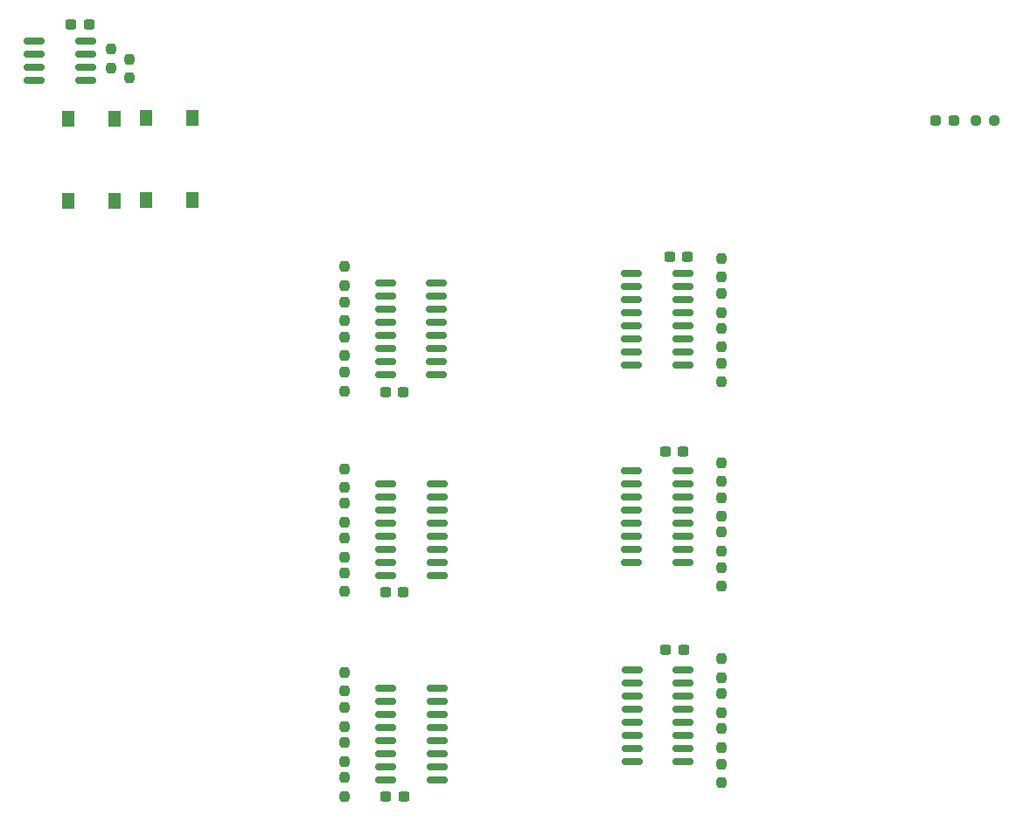
<source format=gbr>
%TF.GenerationSoftware,KiCad,Pcbnew,(6.0.7)*%
%TF.CreationDate,2022-09-14T00:34:43-04:00*%
%TF.ProjectId,Pi_Zero_24_Diff,50695f5a-6572-46f5-9f32-345f44696666,v1*%
%TF.SameCoordinates,Original*%
%TF.FileFunction,Paste,Top*%
%TF.FilePolarity,Positive*%
%FSLAX46Y46*%
G04 Gerber Fmt 4.6, Leading zero omitted, Abs format (unit mm)*
G04 Created by KiCad (PCBNEW (6.0.7)) date 2022-09-14 00:34:43*
%MOMM*%
%LPD*%
G01*
G04 APERTURE LIST*
G04 Aperture macros list*
%AMRoundRect*
0 Rectangle with rounded corners*
0 $1 Rounding radius*
0 $2 $3 $4 $5 $6 $7 $8 $9 X,Y pos of 4 corners*
0 Add a 4 corners polygon primitive as box body*
4,1,4,$2,$3,$4,$5,$6,$7,$8,$9,$2,$3,0*
0 Add four circle primitives for the rounded corners*
1,1,$1+$1,$2,$3*
1,1,$1+$1,$4,$5*
1,1,$1+$1,$6,$7*
1,1,$1+$1,$8,$9*
0 Add four rect primitives between the rounded corners*
20,1,$1+$1,$2,$3,$4,$5,0*
20,1,$1+$1,$4,$5,$6,$7,0*
20,1,$1+$1,$6,$7,$8,$9,0*
20,1,$1+$1,$8,$9,$2,$3,0*%
G04 Aperture macros list end*
%ADD10RoundRect,0.237500X0.300000X0.237500X-0.300000X0.237500X-0.300000X-0.237500X0.300000X-0.237500X0*%
%ADD11RoundRect,0.237500X0.237500X-0.250000X0.237500X0.250000X-0.237500X0.250000X-0.237500X-0.250000X0*%
%ADD12RoundRect,0.237500X-0.237500X0.250000X-0.237500X-0.250000X0.237500X-0.250000X0.237500X0.250000X0*%
%ADD13RoundRect,0.150000X-0.825000X-0.150000X0.825000X-0.150000X0.825000X0.150000X-0.825000X0.150000X0*%
%ADD14RoundRect,0.237500X0.287500X0.237500X-0.287500X0.237500X-0.287500X-0.237500X0.287500X-0.237500X0*%
%ADD15RoundRect,0.237500X0.250000X0.237500X-0.250000X0.237500X-0.250000X-0.237500X0.250000X-0.237500X0*%
%ADD16R,1.300000X1.550000*%
%ADD17RoundRect,0.150000X0.825000X0.150000X-0.825000X0.150000X-0.825000X-0.150000X0.825000X-0.150000X0*%
%ADD18RoundRect,0.237500X-0.300000X-0.237500X0.300000X-0.237500X0.300000X0.237500X-0.300000X0.237500X0*%
G04 APERTURE END LIST*
D10*
%TO.C,C9*%
X-32664980Y35703900D03*
X-34389980Y35703900D03*
%TD*%
D11*
%TO.C,R28*%
X-29368400Y23525900D03*
X-29368400Y25350900D03*
%TD*%
D12*
%TO.C,R25*%
X-29368400Y35500900D03*
X-29368400Y33675900D03*
%TD*%
D10*
%TO.C,C2*%
X-90615900Y58160900D03*
X-92340900Y58160900D03*
%TD*%
D11*
%TO.C,R3*%
X-88518400Y53988400D03*
X-88518400Y55813400D03*
%TD*%
D13*
%TO.C,U2*%
X-95893400Y56555900D03*
X-95893400Y55285900D03*
X-95893400Y54015900D03*
X-95893400Y52745900D03*
X-90943400Y52745900D03*
X-90943400Y54015900D03*
X-90943400Y55285900D03*
X-90943400Y56555900D03*
%TD*%
D11*
%TO.C,R2*%
X-86668400Y52988400D03*
X-86668400Y54813400D03*
%TD*%
D14*
%TO.C,D2*%
X-6893400Y48900900D03*
X-8643400Y48900900D03*
%TD*%
D15*
%TO.C,R4*%
X-2955900Y48900900D03*
X-4780900Y48900900D03*
%TD*%
D11*
%TO.C,R26*%
X-29368400Y30275900D03*
X-29368400Y32100900D03*
%TD*%
D12*
%TO.C,R27*%
X-29368400Y28725900D03*
X-29368400Y26900900D03*
%TD*%
D13*
%TO.C,U9*%
X-38093400Y34045900D03*
X-38093400Y32775900D03*
X-38093400Y31505900D03*
X-38093400Y30235900D03*
X-38093400Y28965900D03*
X-38093400Y27695900D03*
X-38093400Y26425900D03*
X-38093400Y25155900D03*
X-33143400Y25155900D03*
X-33143400Y26425900D03*
X-33143400Y27695900D03*
X-33143400Y28965900D03*
X-33143400Y30235900D03*
X-33143400Y31505900D03*
X-33143400Y32775900D03*
X-33143400Y34045900D03*
%TD*%
D10*
%TO.C,C8*%
X-33105900Y16800900D03*
X-34830900Y16800900D03*
%TD*%
D12*
%TO.C,R21*%
X-29368400Y15713400D03*
X-29368400Y13888400D03*
%TD*%
D11*
%TO.C,R22*%
X-29368400Y10488400D03*
X-29368400Y12313400D03*
%TD*%
D13*
%TO.C,U8*%
X-38093400Y14945900D03*
X-38093400Y13675900D03*
X-38093400Y12405900D03*
X-38093400Y11135900D03*
X-38093400Y9865900D03*
X-38093400Y8595900D03*
X-38093400Y7325900D03*
X-38093400Y6055900D03*
X-33143400Y6055900D03*
X-33143400Y7325900D03*
X-33143400Y8595900D03*
X-33143400Y9865900D03*
X-33143400Y11135900D03*
X-33143400Y12405900D03*
X-33143400Y13675900D03*
X-33143400Y14945900D03*
%TD*%
D11*
%TO.C,R24*%
X-29368400Y3738400D03*
X-29368400Y5563400D03*
%TD*%
D12*
%TO.C,R23*%
X-29368400Y8963400D03*
X-29368400Y7138400D03*
%TD*%
D16*
%TO.C,SW3*%
X-88118400Y41075900D03*
X-88118400Y49025900D03*
X-92618400Y41075900D03*
X-92618400Y49025900D03*
%TD*%
%TO.C,SW2*%
X-80593400Y49100900D03*
X-80593400Y41150900D03*
X-85093400Y41150900D03*
X-85093400Y49100900D03*
%TD*%
D12*
%TO.C,R6*%
X-65868400Y27882900D03*
X-65868400Y26057900D03*
%TD*%
%TO.C,R12*%
X-65858400Y15126650D03*
X-65858400Y13301650D03*
%TD*%
%TO.C,R8*%
X-65868400Y34695400D03*
X-65868400Y32870400D03*
%TD*%
%TO.C,R14*%
X-65858400Y-11435850D03*
X-65858400Y-13260850D03*
%TD*%
D17*
%TO.C,U6*%
X-56933400Y-15030850D03*
X-56933400Y-13760850D03*
X-56933400Y-12490850D03*
X-56933400Y-11220850D03*
X-56933400Y-9950850D03*
X-56933400Y-8680850D03*
X-56933400Y-7410850D03*
X-56933400Y-6140850D03*
X-61883400Y-6140850D03*
X-61883400Y-7410850D03*
X-61883400Y-8680850D03*
X-61883400Y-9950850D03*
X-61883400Y-11220850D03*
X-61883400Y-12490850D03*
X-61883400Y-13760850D03*
X-61883400Y-15030850D03*
%TD*%
D11*
%TO.C,R13*%
X-65858400Y-16648350D03*
X-65858400Y-14823350D03*
%TD*%
%TO.C,R11*%
X-65858400Y9939150D03*
X-65858400Y11764150D03*
%TD*%
%TO.C,R5*%
X-65868400Y22657900D03*
X-65868400Y24482900D03*
%TD*%
%TO.C,R9*%
X-65858400Y3201650D03*
X-65858400Y5026650D03*
%TD*%
%TO.C,R20*%
X-29368400Y-15311600D03*
X-29368400Y-13486600D03*
%TD*%
D18*
%TO.C,C6*%
X-61870900Y-16635850D03*
X-60145900Y-16635850D03*
%TD*%
%TO.C,C5*%
X-61920900Y3164150D03*
X-60195900Y3164150D03*
%TD*%
D12*
%TO.C,R17*%
X-29368400Y-3299100D03*
X-29368400Y-5124100D03*
%TD*%
D11*
%TO.C,R15*%
X-65858400Y-9848350D03*
X-65858400Y-8023350D03*
%TD*%
%TO.C,R18*%
X-29368400Y-8511600D03*
X-29368400Y-6686600D03*
%TD*%
D18*
%TO.C,C4*%
X-61880900Y22500900D03*
X-60155900Y22500900D03*
%TD*%
D12*
%TO.C,R16*%
X-65858400Y-4623350D03*
X-65858400Y-6448350D03*
%TD*%
D17*
%TO.C,U4*%
X-56943400Y24237900D03*
X-56943400Y25507900D03*
X-56943400Y26777900D03*
X-56943400Y28047900D03*
X-56943400Y29317900D03*
X-56943400Y30587900D03*
X-56943400Y31857900D03*
X-56943400Y33127900D03*
X-61893400Y33127900D03*
X-61893400Y31857900D03*
X-61893400Y30587900D03*
X-61893400Y29317900D03*
X-61893400Y28047900D03*
X-61893400Y26777900D03*
X-61893400Y25507900D03*
X-61893400Y24237900D03*
%TD*%
D12*
%TO.C,R10*%
X-65858400Y8376650D03*
X-65858400Y6551650D03*
%TD*%
D10*
%TO.C,C7*%
X-33055900Y-2449100D03*
X-34780900Y-2449100D03*
%TD*%
D17*
%TO.C,U5*%
X-56933400Y4769150D03*
X-56933400Y6039150D03*
X-56933400Y7309150D03*
X-56933400Y8579150D03*
X-56933400Y9849150D03*
X-56933400Y11119150D03*
X-56933400Y12389150D03*
X-56933400Y13659150D03*
X-61883400Y13659150D03*
X-61883400Y12389150D03*
X-61883400Y11119150D03*
X-61883400Y9849150D03*
X-61883400Y8579150D03*
X-61883400Y7309150D03*
X-61883400Y6039150D03*
X-61883400Y4769150D03*
%TD*%
D13*
%TO.C,U7*%
X-38043400Y-4354100D03*
X-38043400Y-5624100D03*
X-38043400Y-6894100D03*
X-38043400Y-8164100D03*
X-38043400Y-9434100D03*
X-38043400Y-10704100D03*
X-38043400Y-11974100D03*
X-38043400Y-13244100D03*
X-33093400Y-13244100D03*
X-33093400Y-11974100D03*
X-33093400Y-10704100D03*
X-33093400Y-9434100D03*
X-33093400Y-8164100D03*
X-33093400Y-6894100D03*
X-33093400Y-5624100D03*
X-33093400Y-4354100D03*
%TD*%
D11*
%TO.C,R7*%
X-65868400Y29457900D03*
X-65868400Y31282900D03*
%TD*%
D12*
%TO.C,R19*%
X-29368400Y-10086600D03*
X-29368400Y-11911600D03*
%TD*%
M02*

</source>
